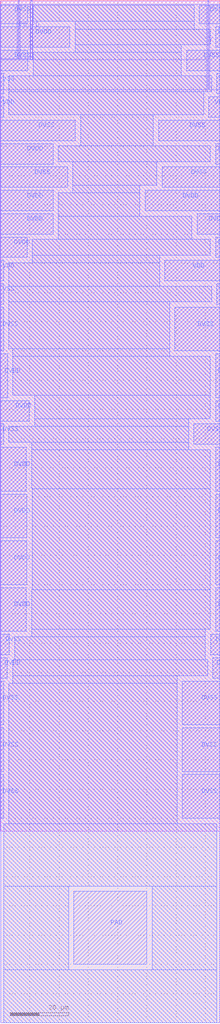
<source format=lef>
VERSION 5.7 ;
  NOWIREEXTENSIONATPIN ON ;
  DIVIDERCHAR "/" ;
  BUSBITCHARS "[]" ;
MACRO gf180mcu_fd_io__in_c
  CLASS PAD INPUT ;
  FOREIGN gf180mcu_fd_io__in_c ;
  ORIGIN 0.000 0.000 ;
  SIZE 75.000 BY 350.000 ;
  SYMMETRY X Y R90 ;
  SITE GF_IO_Site ;
  PIN DVDD
    DIRECTION INOUT ;
    USE POWER ;
    PORT
      LAYER Metal3 ;
        RECT 72.600 118.000 75.000 125.000 ;
    END
    PORT
      LAYER Metal3 ;
        RECT 73.590 182.000 75.000 197.000 ;
    END
    PORT
      LAYER Metal3 ;
        RECT 73.590 166.000 75.000 181.000 ;
    END
    PORT
      LAYER Metal3 ;
        RECT 73.590 150.000 75.000 165.000 ;
    END
    PORT
      LAYER Metal3 ;
        RECT 73.590 134.000 75.000 149.000 ;
    END
    PORT
      LAYER Metal3 ;
        RECT 73.590 214.000 75.000 229.000 ;
    END
    PORT
      LAYER Metal3 ;
        RECT 73.590 206.000 75.000 213.000 ;
    END
    PORT
      LAYER Metal3 ;
        RECT 49.445 278.000 75.000 285.000 ;
    END
    PORT
      LAYER Metal3 ;
        RECT 67.195 270.000 75.000 277.000 ;
    END
    PORT
      LAYER Metal3 ;
        RECT 73.590 262.000 75.000 269.000 ;
    END
    PORT
      LAYER Metal3 ;
        RECT 73.590 294.000 75.000 301.000 ;
    END
    PORT
      LAYER Metal3 ;
        RECT 73.590 334.000 75.000 341.000 ;
    END
    PORT
      LAYER Metal3 ;
        RECT 0.000 334.000 23.640 341.000 ;
    END
    PORT
      LAYER Metal3 ;
        RECT 0.000 294.000 17.930 301.000 ;
    END
    PORT
      LAYER Metal3 ;
        RECT 0.000 262.000 9.070 269.000 ;
    END
    PORT
      LAYER Metal3 ;
        RECT 0.000 270.000 17.930 277.000 ;
    END
    PORT
      LAYER Metal3 ;
        RECT 0.000 278.000 17.930 285.000 ;
    END
    PORT
      LAYER Metal3 ;
        RECT 0.000 206.000 9.815 213.000 ;
    END
    PORT
      LAYER Metal3 ;
        RECT 0.000 214.000 2.320 229.000 ;
    END
    PORT
      LAYER Metal3 ;
        RECT 0.000 134.000 8.810 149.000 ;
    END
    PORT
      LAYER Metal3 ;
        RECT 0.000 150.000 8.905 165.000 ;
    END
    PORT
      LAYER Metal3 ;
        RECT 0.000 166.000 8.905 181.000 ;
    END
    PORT
      LAYER Metal3 ;
        RECT 0.000 182.000 8.810 197.000 ;
    END
    PORT
      LAYER Metal3 ;
        RECT 0.000 118.000 2.230 125.000 ;
    END
  END DVDD
  PIN DVSS
    DIRECTION INOUT ;
    USE GROUND ;
    PORT
      LAYER Metal3 ;
        RECT 62.215 102.000 75.000 117.000 ;
    END
    PORT
      LAYER Metal3 ;
        RECT 62.215 86.000 75.000 101.000 ;
    END
    PORT
      LAYER Metal3 ;
        RECT 62.215 70.000 75.000 85.000 ;
    END
    PORT
      LAYER Metal3 ;
        RECT 71.890 126.000 75.000 133.000 ;
    END
    PORT
      LAYER Metal3 ;
        RECT 66.125 198.000 75.000 205.000 ;
    END
    PORT
      LAYER Metal3 ;
        RECT 59.650 230.000 75.000 245.000 ;
    END
    PORT
      LAYER Metal3 ;
        RECT 55.255 286.000 75.000 293.000 ;
    END
    PORT
      LAYER Metal3 ;
        RECT 54.080 302.000 75.000 309.000 ;
    END
    PORT
      LAYER Metal3 ;
        RECT 63.600 326.000 75.000 333.000 ;
    END
    PORT
      LAYER Metal3 ;
        RECT 68.000 342.000 75.000 348.390 ;
    END
    PORT
      LAYER Metal3 ;
        RECT 0.000 342.000 9.320 348.390 ;
    END
    PORT
      LAYER Metal3 ;
        RECT 0.000 326.000 9.320 333.000 ;
    END
    PORT
      LAYER Metal3 ;
        RECT 0.000 302.000 25.555 309.000 ;
    END
    PORT
      LAYER Metal3 ;
        RECT 0.000 286.000 22.880 293.000 ;
    END
    PORT
      LAYER Metal3 ;
        RECT 0.000 230.000 1.000 245.000 ;
    END
    PORT
      LAYER Metal3 ;
        RECT 0.000 198.000 1.000 205.000 ;
    END
    PORT
      LAYER Metal3 ;
        RECT 0.000 126.000 2.965 133.000 ;
    END
    PORT
      LAYER Metal3 ;
        RECT 0.000 70.000 1.000 85.000 ;
    END
    PORT
      LAYER Metal3 ;
        RECT 0.000 86.000 1.000 101.000 ;
    END
    PORT
      LAYER Metal3 ;
        RECT 0.000 102.000 1.000 117.000 ;
    END
  END DVSS
  PIN PAD
    DIRECTION INPUT ;
    USE SIGNAL ;
    ANTENNADIFFAREA 258.720001 ;
    PORT
      LAYER Metal3 ;
        RECT 25.000 20.000 50.000 45.000 ;
    END
  END PAD
  PIN PD
    DIRECTION INPUT ;
    USE SIGNAL ;
    ANTENNAGATEAREA 10.500000 ;
    ANTENNADIFFAREA 1.000000 ;
    PORT
      LAYER Metal2 ;
        RECT 10.330 329.950 10.710 350.000 ;
    END
  END PD
  PIN PU
    DIRECTION INPUT ;
    USE SIGNAL ;
    ANTENNAGATEAREA 7.350000 ;
    ANTENNADIFFAREA 2.980000 ;
    PORT
      LAYER Metal2 ;
        RECT 5.965 330.270 6.345 350.000 ;
    END
  END PU
  PIN VDD
    DIRECTION INOUT ;
    USE POWER ;
    PORT
      LAYER Metal3 ;
        RECT 56.170 254.000 75.000 261.000 ;
    END
    PORT
      LAYER Metal3 ;
        RECT 71.290 310.000 75.000 317.000 ;
    END
    PORT
      LAYER Metal3 ;
        RECT 0.000 310.000 1.000 317.000 ;
    END
    PORT
      LAYER Metal3 ;
        RECT 0.000 254.000 1.000 261.000 ;
    END
  END VDD
  PIN VSS
    DIRECTION INOUT ;
    USE GROUND ;
    PORT
      LAYER Metal3 ;
        RECT 74.000 246.000 75.000 253.000 ;
    END
    PORT
      LAYER Metal3 ;
        RECT 74.000 318.000 75.000 325.000 ;
    END
    PORT
      LAYER Metal3 ;
        RECT 0.000 318.000 1.000 325.000 ;
    END
    PORT
      LAYER Metal3 ;
        RECT 0.000 246.000 1.000 253.000 ;
    END
  END VSS
  PIN Y
    DIRECTION OUTPUT ;
    USE SIGNAL ;
    ANTENNADIFFAREA 7.800000 ;
    PORT
      LAYER Metal2 ;
        RECT 70.860 319.750 71.240 350.000 ;
    END
  END Y
  OBS
      LAYER Metal1 ;
        RECT -0.160 65.540 75.160 349.785 ;
      LAYER Metal2 ;
        RECT 0.000 329.970 5.665 348.695 ;
        RECT 6.645 329.970 10.030 348.695 ;
        RECT 0.000 329.650 10.030 329.970 ;
        RECT 11.010 329.650 70.560 348.695 ;
        RECT 0.000 319.450 70.560 329.650 ;
        RECT 71.540 319.450 75.000 348.695 ;
        RECT 0.000 0.000 75.000 319.450 ;
      LAYER Metal3 ;
        RECT 11.120 342.800 66.200 348.390 ;
        RECT 25.440 340.200 66.200 342.800 ;
        RECT 25.440 334.800 71.790 340.200 ;
        RECT 25.440 332.200 61.800 334.800 ;
        RECT 11.120 324.200 61.800 332.200 ;
        RECT 2.800 318.800 72.200 324.200 ;
        RECT 2.800 310.800 69.490 318.800 ;
        RECT 27.355 300.200 52.280 310.800 ;
        RECT 19.730 294.800 71.790 300.200 ;
        RECT 24.680 286.800 53.455 294.800 ;
        RECT 24.680 284.200 47.645 286.800 ;
        RECT 19.730 276.200 47.645 284.200 ;
        RECT 19.730 268.200 65.395 276.200 ;
        RECT 10.870 262.800 71.790 268.200 ;
        RECT 10.870 260.200 54.370 262.800 ;
        RECT 2.800 252.200 54.370 260.200 ;
        RECT 2.800 246.800 72.200 252.200 ;
        RECT 2.800 230.800 57.850 246.800 ;
        RECT 4.120 228.200 57.850 230.800 ;
        RECT 4.120 214.800 71.790 228.200 ;
        RECT 11.615 206.800 71.790 214.800 ;
        RECT 11.615 204.200 64.325 206.800 ;
        RECT 2.800 198.800 64.325 204.200 ;
        RECT 10.610 196.200 64.325 198.800 ;
        RECT 10.610 182.800 71.790 196.200 ;
        RECT 10.705 148.200 71.790 182.800 ;
        RECT 10.610 134.800 71.790 148.200 ;
        RECT 10.610 132.200 70.090 134.800 ;
        RECT 4.765 124.200 70.090 132.200 ;
        RECT 4.030 118.800 70.800 124.200 ;
        RECT 4.030 116.200 60.415 118.800 ;
        RECT 2.800 68.200 60.415 116.200 ;
        RECT 1.000 46.800 74.000 68.200 ;
        RECT 1.000 18.200 23.200 46.800 ;
        RECT 51.800 18.200 74.000 46.800 ;
        RECT 1.000 0.000 74.000 18.200 ;
  END
END gf180mcu_fd_io__in_c
END LIBRARY


</source>
